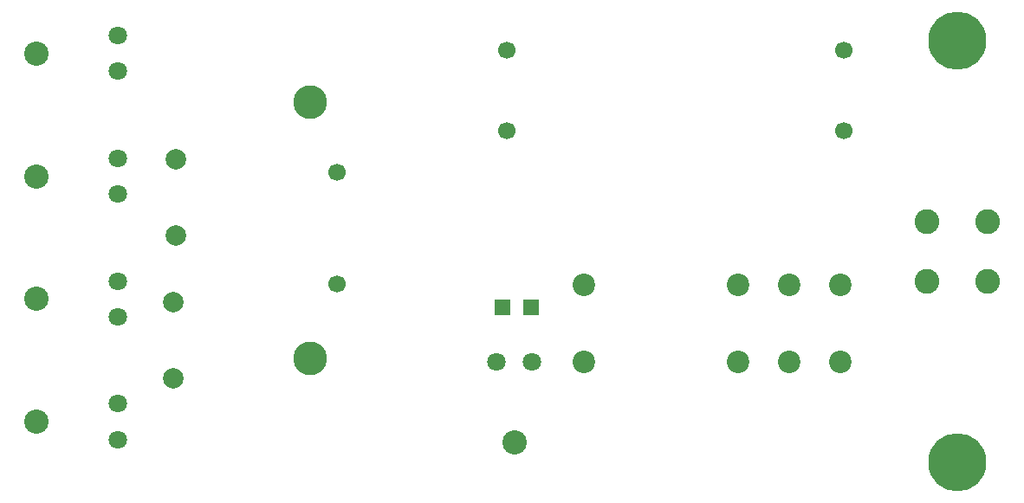
<source format=gbr>
G04 #@! TF.FileFunction,Soldermask,Top*
%FSLAX46Y46*%
G04 Gerber Fmt 4.6, Leading zero omitted, Abs format (unit mm)*
G04 Created by KiCad (PCBNEW 4.0.7-e2-6376~58~ubuntu16.04.1) date Mon Feb  5 21:35:03 2018*
%MOMM*%
%LPD*%
G01*
G04 APERTURE LIST*
%ADD10C,0.100000*%
%ADD11C,2.420000*%
%ADD12C,5.680000*%
%ADD13C,2.200000*%
%ADD14R,1.600000X1.600000*%
%ADD15C,2.000000*%
%ADD16C,1.700000*%
%ADD17C,3.300000*%
%ADD18C,1.797000*%
%ADD19C,2.381000*%
G04 APERTURE END LIST*
D10*
D11*
X186436000Y-55880000D03*
X186436000Y-50040000D03*
X192286000Y-50040000D03*
X192286000Y-55880000D03*
D12*
X189366000Y-32350000D03*
X189366000Y-73570000D03*
D13*
X172908000Y-56254000D03*
X172908000Y-63754000D03*
X167908000Y-63754000D03*
X152908000Y-63754000D03*
X152908000Y-56254000D03*
X167908000Y-56254000D03*
X177908000Y-63754000D03*
X177908000Y-56254000D03*
D14*
X147704000Y-58420000D03*
X144904000Y-58420000D03*
D15*
X113030000Y-43942000D03*
X113020000Y-51442000D03*
X112776000Y-57912000D03*
X112766000Y-65412000D03*
D16*
X178308000Y-41148000D03*
X145308000Y-41148000D03*
X178308000Y-33274000D03*
X145308000Y-33274000D03*
X128778000Y-56134000D03*
X128778000Y-45234000D03*
D17*
X126108000Y-63447000D03*
X126108000Y-38407000D03*
D18*
X107287000Y-59374000D03*
X107287000Y-55874000D03*
D19*
X99377000Y-57624000D03*
D18*
X107287000Y-47374000D03*
X107287000Y-43874000D03*
D19*
X99377000Y-45624000D03*
D18*
X107287000Y-35374000D03*
X107287000Y-31874000D03*
D19*
X99377000Y-33624000D03*
D18*
X147828000Y-63754000D03*
X144328000Y-63754000D03*
D19*
X146078000Y-71664000D03*
D18*
X107287000Y-71374000D03*
X107287000Y-67874000D03*
D19*
X99377000Y-69624000D03*
M02*

</source>
